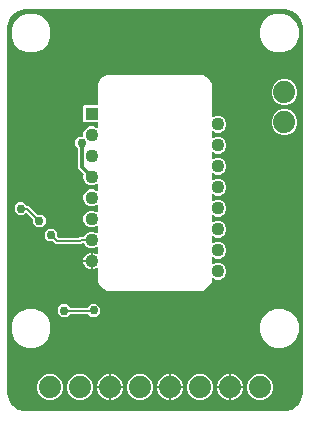
<source format=gbr>
G04 EAGLE Gerber RS-274X export*
G75*
%MOMM*%
%FSLAX34Y34*%
%LPD*%
%INBottom Copper*%
%IPPOS*%
%AMOC8*
5,1,8,0,0,1.08239X$1,22.5*%
G01*
G04 Define Apertures*
%ADD10C,1.879600*%
%ADD11R,1.108000X1.108000*%
%ADD12C,1.108000*%
%ADD13C,0.756400*%
%ADD14C,0.304800*%
%ADD15C,0.203200*%
G36*
X110149Y-194985D02*
X110000Y-195000D01*
X-110000Y-195000D01*
X-110149Y-194985D01*
X-115597Y-193902D01*
X-115872Y-193788D01*
X-120491Y-190701D01*
X-120701Y-190491D01*
X-123788Y-185872D01*
X-123902Y-185597D01*
X-124985Y-180149D01*
X-125000Y-180000D01*
X-125000Y130000D01*
X-124985Y130149D01*
X-123902Y135597D01*
X-123788Y135872D01*
X-120701Y140491D01*
X-120491Y140701D01*
X-115872Y143788D01*
X-115597Y143902D01*
X-110149Y144985D01*
X-110000Y145000D01*
X110000Y145000D01*
X110149Y144985D01*
X115597Y143902D01*
X115872Y143788D01*
X120491Y140701D01*
X120701Y140491D01*
X123788Y135872D01*
X123902Y135597D01*
X124985Y130149D01*
X125000Y130000D01*
X125000Y-180000D01*
X124985Y-180149D01*
X123902Y-185597D01*
X123788Y-185872D01*
X120701Y-190491D01*
X120491Y-190701D01*
X115872Y-193788D01*
X115597Y-193902D01*
X110149Y-194985D01*
G37*
%LPC*%
G36*
X101718Y108500D02*
X108282Y108500D01*
X114347Y111012D01*
X118988Y115654D01*
X121500Y121718D01*
X121500Y128282D01*
X118988Y134347D01*
X114347Y138988D01*
X108282Y141500D01*
X101718Y141500D01*
X95654Y138988D01*
X91012Y134347D01*
X88500Y128282D01*
X88500Y121718D01*
X91012Y115654D01*
X95654Y111012D01*
X101718Y108500D01*
G37*
G36*
X-108282Y108500D02*
X-101718Y108500D01*
X-95654Y111012D01*
X-91012Y115654D01*
X-88500Y121718D01*
X-88500Y128282D01*
X-91012Y134347D01*
X-95654Y138988D01*
X-101718Y141500D01*
X-108282Y141500D01*
X-114347Y138988D01*
X-118988Y134347D01*
X-121500Y128282D01*
X-121500Y121718D01*
X-118988Y115654D01*
X-114347Y111012D01*
X-108282Y108500D01*
G37*
G36*
X-40801Y-93138D02*
X40547Y-93138D01*
X45225Y-90437D01*
X47926Y-85759D01*
X47926Y-83264D01*
X47973Y-83000D01*
X48132Y-82742D01*
X48380Y-82567D01*
X48676Y-82502D01*
X48974Y-82557D01*
X49227Y-82725D01*
X49339Y-82837D01*
X51935Y-83912D01*
X54745Y-83912D01*
X57341Y-82837D01*
X59329Y-80849D01*
X60404Y-78253D01*
X60404Y-75443D01*
X59329Y-72847D01*
X57341Y-70859D01*
X54745Y-69784D01*
X51935Y-69784D01*
X49339Y-70859D01*
X49227Y-70971D01*
X49007Y-71124D01*
X48712Y-71194D01*
X48413Y-71143D01*
X48158Y-70980D01*
X47986Y-70730D01*
X47926Y-70432D01*
X47926Y-65464D01*
X47973Y-65200D01*
X48132Y-64942D01*
X48380Y-64767D01*
X48676Y-64702D01*
X48974Y-64757D01*
X49227Y-64925D01*
X49339Y-65037D01*
X51935Y-66112D01*
X54745Y-66112D01*
X57341Y-65037D01*
X59329Y-63049D01*
X60404Y-60453D01*
X60404Y-57643D01*
X59329Y-55047D01*
X57341Y-53059D01*
X54745Y-51984D01*
X51935Y-51984D01*
X49339Y-53059D01*
X49227Y-53171D01*
X49007Y-53324D01*
X48712Y-53394D01*
X48413Y-53343D01*
X48158Y-53180D01*
X47986Y-52930D01*
X47926Y-52632D01*
X47926Y-47664D01*
X47973Y-47400D01*
X48132Y-47142D01*
X48380Y-46967D01*
X48676Y-46902D01*
X48974Y-46957D01*
X49227Y-47125D01*
X49339Y-47237D01*
X51935Y-48312D01*
X54745Y-48312D01*
X57341Y-47237D01*
X59329Y-45249D01*
X60404Y-42653D01*
X60404Y-39843D01*
X59329Y-37247D01*
X57341Y-35259D01*
X54745Y-34184D01*
X51935Y-34184D01*
X49339Y-35259D01*
X49227Y-35371D01*
X49007Y-35524D01*
X48712Y-35594D01*
X48413Y-35543D01*
X48158Y-35380D01*
X47986Y-35130D01*
X47926Y-34832D01*
X47926Y-29864D01*
X47973Y-29600D01*
X48132Y-29342D01*
X48380Y-29167D01*
X48676Y-29102D01*
X48974Y-29157D01*
X49227Y-29325D01*
X49339Y-29437D01*
X51935Y-30512D01*
X54745Y-30512D01*
X57341Y-29437D01*
X59329Y-27449D01*
X60404Y-24853D01*
X60404Y-22043D01*
X59329Y-19447D01*
X57341Y-17459D01*
X54745Y-16384D01*
X51935Y-16384D01*
X49339Y-17459D01*
X49227Y-17571D01*
X49007Y-17724D01*
X48712Y-17794D01*
X48413Y-17743D01*
X48158Y-17580D01*
X47986Y-17330D01*
X47926Y-17032D01*
X47926Y-12064D01*
X47973Y-11800D01*
X48132Y-11542D01*
X48380Y-11367D01*
X48676Y-11302D01*
X48974Y-11357D01*
X49227Y-11525D01*
X49339Y-11637D01*
X51935Y-12712D01*
X54745Y-12712D01*
X57341Y-11637D01*
X59329Y-9649D01*
X60404Y-7053D01*
X60404Y-4243D01*
X59329Y-1647D01*
X57341Y341D01*
X54745Y1416D01*
X51935Y1416D01*
X49339Y341D01*
X49227Y229D01*
X49007Y76D01*
X48712Y6D01*
X48413Y57D01*
X48158Y220D01*
X47986Y470D01*
X47926Y768D01*
X47926Y5736D01*
X47973Y6000D01*
X48132Y6258D01*
X48380Y6433D01*
X48676Y6498D01*
X48974Y6443D01*
X49227Y6275D01*
X49339Y6163D01*
X51935Y5088D01*
X54745Y5088D01*
X57341Y6163D01*
X59329Y8151D01*
X60404Y10747D01*
X60404Y13557D01*
X59329Y16153D01*
X57341Y18141D01*
X54745Y19216D01*
X51935Y19216D01*
X49339Y18141D01*
X49227Y18029D01*
X49007Y17876D01*
X48712Y17806D01*
X48413Y17857D01*
X48158Y18020D01*
X47986Y18270D01*
X47926Y18568D01*
X47926Y23536D01*
X47973Y23800D01*
X48132Y24058D01*
X48380Y24233D01*
X48676Y24298D01*
X48974Y24243D01*
X49227Y24075D01*
X49339Y23963D01*
X51935Y22888D01*
X54745Y22888D01*
X57341Y23963D01*
X59329Y25951D01*
X60404Y28547D01*
X60404Y31357D01*
X59329Y33953D01*
X57341Y35941D01*
X54745Y37016D01*
X51935Y37016D01*
X49339Y35941D01*
X49227Y35829D01*
X49007Y35676D01*
X48712Y35606D01*
X48413Y35657D01*
X48158Y35820D01*
X47986Y36070D01*
X47926Y36368D01*
X47926Y41336D01*
X47973Y41600D01*
X48132Y41858D01*
X48380Y42033D01*
X48676Y42098D01*
X48974Y42043D01*
X49227Y41875D01*
X49339Y41763D01*
X51935Y40688D01*
X54745Y40688D01*
X57341Y41763D01*
X59329Y43751D01*
X60404Y46347D01*
X60404Y49157D01*
X59329Y51753D01*
X57341Y53741D01*
X54745Y54816D01*
X51935Y54816D01*
X49339Y53741D01*
X49227Y53629D01*
X49007Y53476D01*
X48712Y53406D01*
X48413Y53457D01*
X48158Y53620D01*
X47986Y53870D01*
X47926Y54168D01*
X47926Y82203D01*
X45225Y86881D01*
X40547Y89582D01*
X-40801Y89582D01*
X-45479Y86881D01*
X-48180Y82203D01*
X-48180Y64468D01*
X-48231Y64193D01*
X-48395Y63938D01*
X-48645Y63766D01*
X-48942Y63706D01*
X-59765Y63706D01*
X-60658Y62813D01*
X-60658Y50471D01*
X-59765Y49578D01*
X-48942Y49578D01*
X-48667Y49527D01*
X-48412Y49363D01*
X-48240Y49113D01*
X-48180Y48816D01*
X-48180Y45258D01*
X-48227Y44994D01*
X-48386Y44736D01*
X-48634Y44561D01*
X-48930Y44496D01*
X-49228Y44551D01*
X-49481Y44719D01*
X-49593Y44831D01*
X-52189Y45906D01*
X-54999Y45906D01*
X-57595Y44831D01*
X-59583Y42843D01*
X-60658Y40247D01*
X-60658Y38023D01*
X-60709Y37748D01*
X-60873Y37493D01*
X-61123Y37321D01*
X-61420Y37261D01*
X-64243Y37261D01*
X-67351Y34153D01*
X-67351Y29757D01*
X-65453Y27859D01*
X-65290Y27617D01*
X-65230Y27320D01*
X-65230Y10567D01*
X-60623Y5961D01*
X-60463Y5725D01*
X-60400Y5428D01*
X-60458Y5130D01*
X-60658Y4647D01*
X-60658Y1837D01*
X-59583Y-759D01*
X-57595Y-2747D01*
X-54999Y-3822D01*
X-52189Y-3822D01*
X-49593Y-2747D01*
X-49481Y-2635D01*
X-49261Y-2482D01*
X-48966Y-2412D01*
X-48667Y-2463D01*
X-48412Y-2626D01*
X-48240Y-2876D01*
X-48180Y-3174D01*
X-48180Y-8142D01*
X-48227Y-8406D01*
X-48386Y-8664D01*
X-48634Y-8839D01*
X-48930Y-8904D01*
X-49228Y-8849D01*
X-49481Y-8681D01*
X-49593Y-8569D01*
X-52189Y-7494D01*
X-54999Y-7494D01*
X-57595Y-8569D01*
X-59583Y-10557D01*
X-60658Y-13153D01*
X-60658Y-15963D01*
X-59583Y-18559D01*
X-57595Y-20547D01*
X-54999Y-21622D01*
X-52189Y-21622D01*
X-49593Y-20547D01*
X-49481Y-20435D01*
X-49261Y-20282D01*
X-48966Y-20212D01*
X-48667Y-20263D01*
X-48412Y-20426D01*
X-48240Y-20676D01*
X-48180Y-20974D01*
X-48180Y-25942D01*
X-48227Y-26206D01*
X-48386Y-26464D01*
X-48634Y-26639D01*
X-48930Y-26704D01*
X-49228Y-26649D01*
X-49481Y-26481D01*
X-49593Y-26369D01*
X-52189Y-25294D01*
X-54999Y-25294D01*
X-57595Y-26369D01*
X-59583Y-28357D01*
X-60658Y-30953D01*
X-60658Y-33763D01*
X-59583Y-36359D01*
X-57595Y-38347D01*
X-54999Y-39422D01*
X-52189Y-39422D01*
X-49593Y-38347D01*
X-49481Y-38235D01*
X-49261Y-38082D01*
X-48966Y-38012D01*
X-48667Y-38063D01*
X-48412Y-38226D01*
X-48240Y-38476D01*
X-48180Y-38774D01*
X-48180Y-43742D01*
X-48227Y-44006D01*
X-48386Y-44264D01*
X-48634Y-44439D01*
X-48930Y-44504D01*
X-49228Y-44449D01*
X-49481Y-44281D01*
X-49593Y-44169D01*
X-52189Y-43094D01*
X-54999Y-43094D01*
X-57595Y-44169D01*
X-59583Y-46157D01*
X-59993Y-47148D01*
X-60150Y-47386D01*
X-60400Y-47558D01*
X-60697Y-47618D01*
X-63693Y-47618D01*
X-64000Y-47925D01*
X-64241Y-48088D01*
X-64539Y-48148D01*
X-81932Y-48148D01*
X-82207Y-48097D01*
X-82462Y-47933D01*
X-82634Y-47683D01*
X-82694Y-47386D01*
X-82694Y-43802D01*
X-85802Y-40694D01*
X-90198Y-40694D01*
X-93306Y-43802D01*
X-93306Y-48198D01*
X-90198Y-51306D01*
X-86602Y-51306D01*
X-86316Y-51362D01*
X-86063Y-51529D01*
X-84364Y-53228D01*
X-62119Y-53228D01*
X-61812Y-52921D01*
X-61570Y-52758D01*
X-61273Y-52698D01*
X-60697Y-52698D01*
X-60417Y-52751D01*
X-60163Y-52917D01*
X-59993Y-53168D01*
X-59583Y-54159D01*
X-57595Y-56147D01*
X-54999Y-57222D01*
X-52189Y-57222D01*
X-49593Y-56147D01*
X-49481Y-56035D01*
X-49261Y-55882D01*
X-48966Y-55812D01*
X-48667Y-55863D01*
X-48412Y-56026D01*
X-48240Y-56276D01*
X-48180Y-56574D01*
X-48180Y-61576D01*
X-48227Y-61840D01*
X-48386Y-62098D01*
X-48634Y-62273D01*
X-48930Y-62338D01*
X-49228Y-62283D01*
X-49481Y-62115D01*
X-49606Y-61990D01*
X-52194Y-60918D01*
X-52832Y-60918D01*
X-52832Y-74998D01*
X-52194Y-74998D01*
X-49606Y-73926D01*
X-49481Y-73801D01*
X-49261Y-73648D01*
X-48966Y-73578D01*
X-48667Y-73629D01*
X-48412Y-73792D01*
X-48240Y-74042D01*
X-48180Y-74340D01*
X-48180Y-85759D01*
X-45479Y-90437D01*
X-40801Y-93138D01*
G37*
G36*
X107429Y63846D02*
X111775Y63846D01*
X115789Y65509D01*
X118861Y68581D01*
X120524Y72595D01*
X120524Y76941D01*
X118861Y80955D01*
X115789Y84027D01*
X111775Y85690D01*
X107429Y85690D01*
X103415Y84027D01*
X100343Y80955D01*
X98680Y76941D01*
X98680Y72595D01*
X100343Y68581D01*
X103415Y65509D01*
X107429Y63846D01*
G37*
G36*
X107429Y38446D02*
X111775Y38446D01*
X115789Y40109D01*
X118861Y43181D01*
X120524Y47195D01*
X120524Y51541D01*
X118861Y55555D01*
X115789Y58627D01*
X111775Y60290D01*
X107429Y60290D01*
X103415Y58627D01*
X100343Y55555D01*
X98680Y51541D01*
X98680Y47195D01*
X100343Y43181D01*
X103415Y40109D01*
X107429Y38446D01*
G37*
G36*
X-100198Y-39306D02*
X-95802Y-39306D01*
X-92694Y-36198D01*
X-92694Y-31802D01*
X-95802Y-28694D01*
X-99398Y-28694D01*
X-99684Y-28638D01*
X-99937Y-28471D01*
X-107251Y-21157D01*
X-108282Y-21157D01*
X-108568Y-21101D01*
X-108820Y-20934D01*
X-111363Y-18391D01*
X-115759Y-18391D01*
X-118867Y-21499D01*
X-118867Y-25895D01*
X-115759Y-29003D01*
X-111363Y-29003D01*
X-109515Y-27155D01*
X-109285Y-26997D01*
X-108988Y-26932D01*
X-108690Y-26987D01*
X-108437Y-27155D01*
X-103529Y-32063D01*
X-103366Y-32305D01*
X-103306Y-32602D01*
X-103306Y-36198D01*
X-100198Y-39306D01*
G37*
G36*
X-60634Y-67196D02*
X-54356Y-67196D01*
X-54356Y-60918D01*
X-54994Y-60918D01*
X-57582Y-61990D01*
X-59562Y-63970D01*
X-60634Y-66558D01*
X-60634Y-67196D01*
G37*
G36*
X-54994Y-74998D02*
X-54356Y-74998D01*
X-54356Y-68720D01*
X-60634Y-68720D01*
X-60634Y-69358D01*
X-59562Y-71946D01*
X-57582Y-73926D01*
X-54994Y-74998D01*
G37*
G36*
X-79326Y-115306D02*
X-74930Y-115306D01*
X-72387Y-112763D01*
X-72146Y-112600D01*
X-71849Y-112540D01*
X-57085Y-112540D01*
X-56799Y-112596D01*
X-56546Y-112763D01*
X-54142Y-115167D01*
X-49746Y-115167D01*
X-46638Y-112059D01*
X-46638Y-107664D01*
X-49746Y-104555D01*
X-54142Y-104555D01*
X-56823Y-107237D01*
X-57065Y-107400D01*
X-57362Y-107460D01*
X-71849Y-107460D01*
X-72135Y-107404D01*
X-72387Y-107237D01*
X-74930Y-104694D01*
X-79326Y-104694D01*
X-82434Y-107802D01*
X-82434Y-112198D01*
X-79326Y-115306D01*
G37*
G36*
X101718Y-141500D02*
X108282Y-141500D01*
X114347Y-138988D01*
X118988Y-134347D01*
X121500Y-128282D01*
X121500Y-121718D01*
X118988Y-115654D01*
X114347Y-111012D01*
X108282Y-108500D01*
X101718Y-108500D01*
X95654Y-111012D01*
X91012Y-115654D01*
X88500Y-121718D01*
X88500Y-128282D01*
X91012Y-134347D01*
X95654Y-138988D01*
X101718Y-141500D01*
G37*
G36*
X-108282Y-141500D02*
X-101718Y-141500D01*
X-95654Y-138988D01*
X-91012Y-134347D01*
X-88500Y-128282D01*
X-88500Y-121718D01*
X-91012Y-115654D01*
X-95654Y-111012D01*
X-101718Y-108500D01*
X-108282Y-108500D01*
X-114347Y-111012D01*
X-118988Y-115654D01*
X-121500Y-121718D01*
X-121500Y-128282D01*
X-118988Y-134347D01*
X-114347Y-138988D01*
X-108282Y-141500D01*
G37*
G36*
X86727Y-185922D02*
X91073Y-185922D01*
X95087Y-184259D01*
X98159Y-181187D01*
X99822Y-177173D01*
X99822Y-172827D01*
X98159Y-168813D01*
X95087Y-165741D01*
X91073Y-164078D01*
X86727Y-164078D01*
X82713Y-165741D01*
X79641Y-168813D01*
X77978Y-172827D01*
X77978Y-177173D01*
X79641Y-181187D01*
X82713Y-184259D01*
X86727Y-185922D01*
G37*
G36*
X35927Y-185922D02*
X40273Y-185922D01*
X44287Y-184259D01*
X47359Y-181187D01*
X49022Y-177173D01*
X49022Y-172827D01*
X47359Y-168813D01*
X44287Y-165741D01*
X40273Y-164078D01*
X35927Y-164078D01*
X31913Y-165741D01*
X28841Y-168813D01*
X27178Y-172827D01*
X27178Y-177173D01*
X28841Y-181187D01*
X31913Y-184259D01*
X35927Y-185922D01*
G37*
G36*
X-14873Y-185922D02*
X-10527Y-185922D01*
X-6513Y-184259D01*
X-3441Y-181187D01*
X-1778Y-177173D01*
X-1778Y-172827D01*
X-3441Y-168813D01*
X-6513Y-165741D01*
X-10527Y-164078D01*
X-14873Y-164078D01*
X-18887Y-165741D01*
X-21959Y-168813D01*
X-23622Y-172827D01*
X-23622Y-177173D01*
X-21959Y-181187D01*
X-18887Y-184259D01*
X-14873Y-185922D01*
G37*
G36*
X-65673Y-185922D02*
X-61327Y-185922D01*
X-57313Y-184259D01*
X-54241Y-181187D01*
X-52578Y-177173D01*
X-52578Y-172827D01*
X-54241Y-168813D01*
X-57313Y-165741D01*
X-61327Y-164078D01*
X-65673Y-164078D01*
X-69687Y-165741D01*
X-72759Y-168813D01*
X-74422Y-172827D01*
X-74422Y-177173D01*
X-72759Y-181187D01*
X-69687Y-184259D01*
X-65673Y-185922D01*
G37*
G36*
X-91073Y-185922D02*
X-86727Y-185922D01*
X-82713Y-184259D01*
X-79641Y-181187D01*
X-77978Y-177173D01*
X-77978Y-172827D01*
X-79641Y-168813D01*
X-82713Y-165741D01*
X-86727Y-164078D01*
X-91073Y-164078D01*
X-95087Y-165741D01*
X-98159Y-168813D01*
X-99822Y-172827D01*
X-99822Y-177173D01*
X-98159Y-181187D01*
X-95087Y-184259D01*
X-91073Y-185922D01*
G37*
G36*
X52602Y-174238D02*
X62738Y-174238D01*
X62738Y-164102D01*
X61332Y-164102D01*
X57327Y-165761D01*
X54261Y-168827D01*
X52602Y-172832D01*
X52602Y-174238D01*
G37*
G36*
X1802Y-174238D02*
X11938Y-174238D01*
X11938Y-164102D01*
X10532Y-164102D01*
X6527Y-165761D01*
X3461Y-168827D01*
X1802Y-172832D01*
X1802Y-174238D01*
G37*
G36*
X-48998Y-174238D02*
X-38862Y-174238D01*
X-38862Y-164102D01*
X-40268Y-164102D01*
X-44273Y-165761D01*
X-47339Y-168827D01*
X-48998Y-172832D01*
X-48998Y-174238D01*
G37*
G36*
X-37338Y-174238D02*
X-27202Y-174238D01*
X-27202Y-172832D01*
X-28861Y-168827D01*
X-31927Y-165761D01*
X-35932Y-164102D01*
X-37338Y-164102D01*
X-37338Y-174238D01*
G37*
G36*
X13462Y-174238D02*
X23598Y-174238D01*
X23598Y-172832D01*
X21939Y-168827D01*
X18873Y-165761D01*
X14868Y-164102D01*
X13462Y-164102D01*
X13462Y-174238D01*
G37*
G36*
X64262Y-174238D02*
X74398Y-174238D01*
X74398Y-172832D01*
X72739Y-168827D01*
X69673Y-165761D01*
X65668Y-164102D01*
X64262Y-164102D01*
X64262Y-174238D01*
G37*
G36*
X64262Y-185898D02*
X65668Y-185898D01*
X69673Y-184239D01*
X72739Y-181173D01*
X74398Y-177168D01*
X74398Y-175762D01*
X64262Y-175762D01*
X64262Y-185898D01*
G37*
G36*
X61332Y-185898D02*
X62738Y-185898D01*
X62738Y-175762D01*
X52602Y-175762D01*
X52602Y-177168D01*
X54261Y-181173D01*
X57327Y-184239D01*
X61332Y-185898D01*
G37*
G36*
X13462Y-185898D02*
X14868Y-185898D01*
X18873Y-184239D01*
X21939Y-181173D01*
X23598Y-177168D01*
X23598Y-175762D01*
X13462Y-175762D01*
X13462Y-185898D01*
G37*
G36*
X10532Y-185898D02*
X11938Y-185898D01*
X11938Y-175762D01*
X1802Y-175762D01*
X1802Y-177168D01*
X3461Y-181173D01*
X6527Y-184239D01*
X10532Y-185898D01*
G37*
G36*
X-37338Y-185898D02*
X-35932Y-185898D01*
X-31927Y-184239D01*
X-28861Y-181173D01*
X-27202Y-177168D01*
X-27202Y-175762D01*
X-37338Y-175762D01*
X-37338Y-185898D01*
G37*
G36*
X-40268Y-185898D02*
X-38862Y-185898D01*
X-38862Y-175762D01*
X-48998Y-175762D01*
X-48998Y-177168D01*
X-47339Y-181173D01*
X-44273Y-184239D01*
X-40268Y-185898D01*
G37*
%LPD*%
D10*
X-88900Y-175000D03*
X-63500Y-175000D03*
X-38100Y-175000D03*
X-12700Y-175000D03*
X12700Y-175000D03*
X38100Y-175000D03*
X63500Y-175000D03*
X88900Y-175000D03*
D11*
X-53594Y56642D03*
D12*
X-53594Y38842D03*
X-53594Y21042D03*
X-53594Y3242D03*
X-53594Y-14558D03*
X-53594Y-32358D03*
X-53594Y-50158D03*
X-53594Y-67958D03*
X53340Y47752D03*
X53340Y29952D03*
X53340Y12152D03*
X53340Y-5648D03*
X53340Y-23448D03*
X53340Y-41248D03*
X53340Y-59048D03*
X53340Y-76848D03*
D10*
X109602Y74768D03*
X109602Y49368D03*
D13*
X-61287Y-24713D03*
X62000Y139000D03*
X83000Y-153932D03*
X57640Y61640D03*
X83282Y-58000D03*
X-79128Y-130236D03*
X-25000Y141218D03*
X-18000Y-127000D03*
X12000Y-128000D03*
X57000Y-136000D03*
X31000Y-158000D03*
X56000Y-158000D03*
X7000Y-159000D03*
X-22000Y-159000D03*
X-120000Y-109000D03*
X-121218Y-141000D03*
X-108822Y-191184D03*
X-76200Y-183095D03*
X52000Y-191218D03*
X76000Y-191000D03*
X113000Y-186000D03*
X116000Y-166000D03*
X91000Y-144000D03*
X99000Y-38000D03*
X121218Y-110000D03*
X121218Y-69000D03*
X121000Y-48000D03*
X119000Y-6000D03*
X109000Y27000D03*
X83000Y59000D03*
X-60000Y95000D03*
X-83170Y75340D03*
X-78000Y61000D03*
X-117000Y107000D03*
X-83000Y137000D03*
X-63000Y141218D03*
X45000Y141218D03*
X99000Y104000D03*
X-99000Y-19000D03*
X-98000Y20000D03*
X-98000Y32000D03*
X-95000Y56000D03*
X-93000Y-61000D03*
X-63000Y-59000D03*
X-115000Y-59000D03*
X-63000Y-5000D03*
X-98340Y7000D03*
X-121218Y53000D03*
X-121218Y20000D03*
X-113000Y3000D03*
X99000Y-3000D03*
X88000Y39000D03*
X-53170Y73340D03*
X51708Y85000D03*
X59513Y96513D03*
X68672Y106672D03*
X-118159Y84159D03*
X38000Y126660D03*
X-22000Y126660D03*
X-37000Y126660D03*
X-88414Y89414D03*
X25000Y110830D03*
X-3000Y110830D03*
X-30000Y110830D03*
X75098Y80928D03*
X2000Y93364D03*
X30000Y94000D03*
X15000Y95000D03*
X-50000Y-97000D03*
X-51000Y-119000D03*
X64186Y10974D03*
X61994Y-33006D03*
X79797Y-12203D03*
X-66000Y-43858D03*
X-103000Y-42000D03*
X84718Y-131451D03*
X-38958Y-118042D03*
X-112218Y-80718D03*
X-87193Y-95658D03*
X62640Y39640D03*
X60797Y-14203D03*
X28000Y-97000D03*
X-24000Y-98000D03*
X-106203Y74797D03*
X118797Y92797D03*
X-83203Y-76203D03*
X-119203Y-181203D03*
X120797Y62797D03*
X99762Y-92000D03*
X99762Y-70000D03*
X64186Y-61479D03*
X73291Y-108529D03*
X51087Y-104087D03*
X-25404Y-183844D03*
X-312Y-183407D03*
X37696Y-129706D03*
X85427Y-93000D03*
X72815Y-92000D03*
X-51404Y-183844D03*
X24800Y-183844D03*
X41587Y-113570D03*
X-91378Y-160296D03*
X-112203Y-153203D03*
X-51000Y-157306D03*
X94672Y80672D03*
X51000Y-113570D03*
X-55000Y-128000D03*
D14*
X-53594Y3242D02*
X-62182Y11830D01*
D13*
X-62045Y31955D03*
D14*
X-62182Y31818D02*
X-62182Y11830D01*
X-62182Y31818D02*
X-62045Y31955D01*
D13*
X-113561Y-23697D03*
X-88000Y-46000D03*
X-98000Y-34000D03*
D15*
X-108303Y-23697D01*
X-113561Y-23697D01*
X-83312Y-50688D02*
X-63171Y-50688D01*
X-83312Y-50688D02*
X-88000Y-46000D01*
X-62641Y-50158D02*
X-53594Y-50158D01*
X-62641Y-50158D02*
X-63171Y-50688D01*
D13*
X-51944Y-109861D03*
D14*
X-52452Y-109861D02*
X-52590Y-110000D01*
D13*
X-77128Y-110000D03*
D15*
X-52590Y-110000D01*
D14*
X-52452Y-109861D02*
X-51944Y-109861D01*
M02*

</source>
